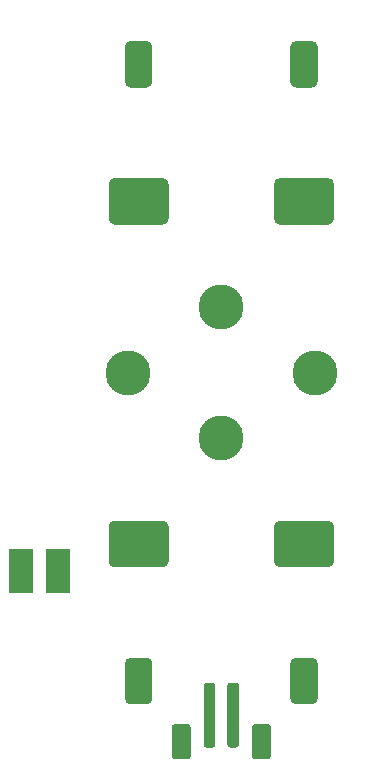
<source format=gtp>
%TF.GenerationSoftware,KiCad,Pcbnew,(5.1.6)-1*%
%TF.CreationDate,2020-09-30T11:01:53+04:00*%
%TF.ProjectId,Generic_Node-BatteryHolder,47656e65-7269-4635-9f4e-6f64652d4261,1.0*%
%TF.SameCoordinates,Original*%
%TF.FileFunction,Paste,Top*%
%TF.FilePolarity,Positive*%
%FSLAX46Y46*%
G04 Gerber Fmt 4.6, Leading zero omitted, Abs format (unit mm)*
G04 Created by KiCad (PCBNEW (5.1.6)-1) date 2020-09-30 11:01:53*
%MOMM*%
%LPD*%
G01*
G04 APERTURE LIST*
%ADD10R,2.000000X3.800000*%
%ADD11C,3.810000*%
G04 APERTURE END LIST*
%TO.C,J1*%
G36*
G01*
X147400000Y-128000000D02*
X147400000Y-130500000D01*
G75*
G02*
X147150000Y-130750000I-250000J0D01*
G01*
X146050000Y-130750000D01*
G75*
G02*
X145800000Y-130500000I0J250000D01*
G01*
X145800000Y-128000000D01*
G75*
G02*
X146050000Y-127750000I250000J0D01*
G01*
X147150000Y-127750000D01*
G75*
G02*
X147400000Y-128000000I0J-250000D01*
G01*
G37*
G36*
G01*
X154200000Y-128000000D02*
X154200000Y-130500000D01*
G75*
G02*
X153950000Y-130750000I-250000J0D01*
G01*
X152850000Y-130750000D01*
G75*
G02*
X152600000Y-130500000I0J250000D01*
G01*
X152600000Y-128000000D01*
G75*
G02*
X152850000Y-127750000I250000J0D01*
G01*
X153950000Y-127750000D01*
G75*
G02*
X154200000Y-128000000I0J-250000D01*
G01*
G37*
G36*
G01*
X149500000Y-124500000D02*
X149500000Y-129500000D01*
G75*
G02*
X149250000Y-129750000I-250000J0D01*
G01*
X148750000Y-129750000D01*
G75*
G02*
X148500000Y-129500000I0J250000D01*
G01*
X148500000Y-124500000D01*
G75*
G02*
X148750000Y-124250000I250000J0D01*
G01*
X149250000Y-124250000D01*
G75*
G02*
X149500000Y-124500000I0J-250000D01*
G01*
G37*
G36*
G01*
X151500000Y-124500000D02*
X151500000Y-129500000D01*
G75*
G02*
X151250000Y-129750000I-250000J0D01*
G01*
X150750000Y-129750000D01*
G75*
G02*
X150500000Y-129500000I0J250000D01*
G01*
X150500000Y-124500000D01*
G75*
G02*
X150750000Y-124250000I250000J0D01*
G01*
X151250000Y-124250000D01*
G75*
G02*
X151500000Y-124500000I0J-250000D01*
G01*
G37*
%TD*%
D10*
%TO.C,J3*%
X133000000Y-114800000D03*
%TD*%
%TO.C,J2*%
X136200000Y-114800000D03*
%TD*%
D11*
%TO.C,BTclip1*%
X142062500Y-98000000D03*
X157937500Y-98000000D03*
X150000000Y-103549900D03*
X150000000Y-92450100D03*
X157937500Y-98000000D03*
%TD*%
%TO.C,BT2*%
G36*
G01*
X143668325Y-73870000D02*
X142331675Y-73870000D01*
G75*
G02*
X141831600Y-73369925I0J500075D01*
G01*
X141831600Y-70407675D01*
G75*
G02*
X142331675Y-69907600I500075J0D01*
G01*
X143668325Y-69907600D01*
G75*
G02*
X144168400Y-70407675I0J-500075D01*
G01*
X144168400Y-73369925D01*
G75*
G02*
X143668325Y-73870000I-500075J0D01*
G01*
G37*
G36*
G01*
X145041040Y-85476600D02*
X140958960Y-85476600D01*
G75*
G02*
X140460000Y-84977640I0J498960D01*
G01*
X140460000Y-82015560D01*
G75*
G02*
X140958960Y-81516600I498960J0D01*
G01*
X145041040Y-81516600D01*
G75*
G02*
X145540000Y-82015560I0J-498960D01*
G01*
X145540000Y-84977640D01*
G75*
G02*
X145041040Y-85476600I-498960J0D01*
G01*
G37*
G36*
G01*
X143668325Y-126092400D02*
X142331675Y-126092400D01*
G75*
G02*
X141831600Y-125592325I0J500075D01*
G01*
X141831600Y-122630075D01*
G75*
G02*
X142331675Y-122130000I500075J0D01*
G01*
X143668325Y-122130000D01*
G75*
G02*
X144168400Y-122630075I0J-500075D01*
G01*
X144168400Y-125592325D01*
G75*
G02*
X143668325Y-126092400I-500075J0D01*
G01*
G37*
G36*
G01*
X145041040Y-114483400D02*
X140958960Y-114483400D01*
G75*
G02*
X140460000Y-113984440I0J498960D01*
G01*
X140460000Y-111022360D01*
G75*
G02*
X140958960Y-110523400I498960J0D01*
G01*
X145041040Y-110523400D01*
G75*
G02*
X145540000Y-111022360I0J-498960D01*
G01*
X145540000Y-113984440D01*
G75*
G02*
X145041040Y-114483400I-498960J0D01*
G01*
G37*
%TD*%
%TO.C,BT1*%
G36*
G01*
X159041040Y-114483400D02*
X154958960Y-114483400D01*
G75*
G02*
X154460000Y-113984440I0J498960D01*
G01*
X154460000Y-111022360D01*
G75*
G02*
X154958960Y-110523400I498960J0D01*
G01*
X159041040Y-110523400D01*
G75*
G02*
X159540000Y-111022360I0J-498960D01*
G01*
X159540000Y-113984440D01*
G75*
G02*
X159041040Y-114483400I-498960J0D01*
G01*
G37*
G36*
G01*
X157668325Y-126092400D02*
X156331675Y-126092400D01*
G75*
G02*
X155831600Y-125592325I0J500075D01*
G01*
X155831600Y-122630075D01*
G75*
G02*
X156331675Y-122130000I500075J0D01*
G01*
X157668325Y-122130000D01*
G75*
G02*
X158168400Y-122630075I0J-500075D01*
G01*
X158168400Y-125592325D01*
G75*
G02*
X157668325Y-126092400I-500075J0D01*
G01*
G37*
G36*
G01*
X159041040Y-85476600D02*
X154958960Y-85476600D01*
G75*
G02*
X154460000Y-84977640I0J498960D01*
G01*
X154460000Y-82015560D01*
G75*
G02*
X154958960Y-81516600I498960J0D01*
G01*
X159041040Y-81516600D01*
G75*
G02*
X159540000Y-82015560I0J-498960D01*
G01*
X159540000Y-84977640D01*
G75*
G02*
X159041040Y-85476600I-498960J0D01*
G01*
G37*
G36*
G01*
X157668325Y-73870000D02*
X156331675Y-73870000D01*
G75*
G02*
X155831600Y-73369925I0J500075D01*
G01*
X155831600Y-70407675D01*
G75*
G02*
X156331675Y-69907600I500075J0D01*
G01*
X157668325Y-69907600D01*
G75*
G02*
X158168400Y-70407675I0J-500075D01*
G01*
X158168400Y-73369925D01*
G75*
G02*
X157668325Y-73870000I-500075J0D01*
G01*
G37*
%TD*%
M02*

</source>
